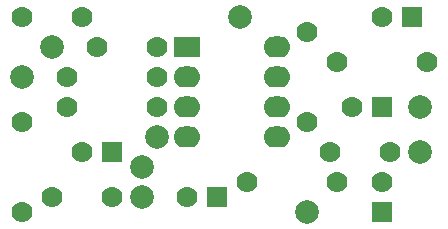
<source format=gts>
%FSLAX46Y46*%
G04 Gerber Fmt 4.6, Leading zero omitted, Abs format (unit mm)*
G04 Created by KiCad (PCBNEW (2014-09-19 BZR 5142)-product) date 24/10/2014 22:30:01*
%MOMM*%
G01*
G04 APERTURE LIST*
%ADD10C,0.100000*%
%ADD11C,1.778000*%
%ADD12R,1.778000X1.778000*%
%ADD13R,2.286000X1.778000*%
%ADD14O,2.286000X1.778000*%
%ADD15C,1.998980*%
G04 APERTURE END LIST*
D10*
D11*
X134620000Y-57150000D03*
D12*
X137160000Y-57150000D03*
D11*
X137160000Y-60960000D03*
X132080000Y-60960000D03*
X135890000Y-48260000D03*
X140970000Y-48260000D03*
X155575000Y-57150000D03*
X160655000Y-57150000D03*
X134620000Y-45720000D03*
X129540000Y-45720000D03*
X157480000Y-53340000D03*
D12*
X160020000Y-53340000D03*
D11*
X160020000Y-59690000D03*
D12*
X160020000Y-62230000D03*
D11*
X160020000Y-45720000D03*
D12*
X162560000Y-45720000D03*
D11*
X143510000Y-60960000D03*
D12*
X146050000Y-60960000D03*
D11*
X140970000Y-53340000D03*
X133350000Y-53340000D03*
X133350000Y-50800000D03*
X140970000Y-50800000D03*
X156210000Y-49530000D03*
X163830000Y-49530000D03*
X129540000Y-54610000D03*
X129540000Y-62230000D03*
X153670000Y-46990000D03*
X153670000Y-54610000D03*
X156210000Y-59690000D03*
X148590000Y-59690000D03*
D13*
X143510000Y-48260000D03*
D14*
X143510000Y-50800000D03*
X143510000Y-53340000D03*
X143510000Y-55880000D03*
X151130000Y-55880000D03*
X151130000Y-53340000D03*
X151130000Y-50800000D03*
X151130000Y-48260000D03*
D15*
X139700000Y-58420000D03*
X139700000Y-60960000D03*
X140970000Y-55880000D03*
X163195000Y-57150000D03*
X129540000Y-50800000D03*
X132080000Y-48260000D03*
X163195000Y-53340000D03*
X147955000Y-45720000D03*
X153670000Y-62230000D03*
M02*

</source>
